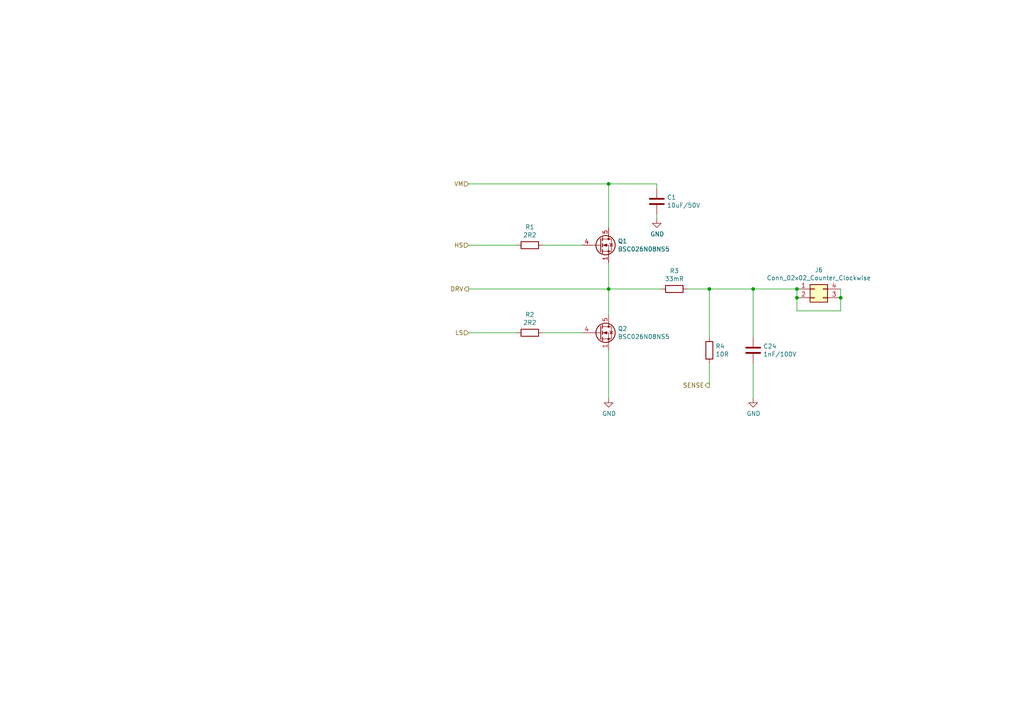
<source format=kicad_sch>
(kicad_sch (version 20231120) (generator "eeschema") (generator_version "8.0")
  (paper "A4")
  (title_block (title "xESC BLDC Controller") (date "2021-12-01") (rev "2.0") (company "Clemens Elflein") (comment 1 "Creative Commons Attribution-NonCommercial-ShareAlike 4.0 International License.") (comment 2 "Licensed under "))
  (lib_symbols
    (symbol "Connector_Generic:Conn_02x02_Counter_Clockwise" (pin_names (offset 1.016) hide)
      (property "Reference" "J" (at 1.27 2.54 0))
      (property "Value" "Conn_02x02_Counter_Clockwise" (at 1.27 -5.08 0))
      (symbol "Conn_02x02_Counter_Clockwise_1_1"
        (rectangle (start -1.27 -2.413) (end 0 -2.667) (stroke (width 0.1524)))
        (rectangle (start -1.27 0.127) (end 0 -0.127) (stroke (width 0.1524)))
        (rectangle (start -1.27 1.27) (end 3.81 -3.81) (stroke (width 0.254)) (fill (type background)))
        (rectangle (start 3.81 -2.413) (end 2.54 -2.667) (stroke (width 0.1524)))
        (rectangle (start 3.81 0.127) (end 2.54 -0.127) (stroke (width 0.1524)))
        (pin passive line (at -5.08 0 0) (length 3.81) (name "Pin_1") (number "1"))
        (pin passive line (at -5.08 -2.54 0) (length 3.81) (name "Pin_2") (number "2"))
        (pin passive line (at 7.62 -2.54 180) (length 3.81) (name "Pin_3") (number "3"))
        (pin passive line (at 7.62 0 180) (length 3.81) (name "Pin_4") (number "4"))
      )
    )
    (symbol "Device:C" (pin_numbers hide) (pin_names (offset 0.254))
      (property "Reference" "C" (at 0.635 2.54 0))
      (property "Value" "C" (at 0.635 -2.54 0))
      (symbol "C_0_1"
        (polyline (pts (xy -2.032 -0.762) (xy 2.032 -0.762)) (stroke (width 0.508)))
        (polyline (pts (xy -2.032 0.762) (xy 2.032 0.762)) (stroke (width 0.508)))
      )
      (symbol "C_1_1"
        (pin passive line (at 0 3.81 270) (length 2.794) (name "~") (number "1"))
        (pin passive line (at 0 -3.81 90) (length 2.794) (name "~") (number "2"))
      )
    )
    (symbol "Device:R" (pin_numbers hide) (pin_names (offset 0))
      (property "Reference" "R" (at 2.032 0 90))
      (property "Value" "R" (at 0 0 90))
      (symbol "R_0_1"
        (rectangle (start -1.016 -2.54) (end 1.016 2.54) (stroke (width 0.254)))
      )
      (symbol "R_1_1"
        (pin passive line (at 0 3.81 270) (length 1.27) (name "~") (number "1"))
        (pin passive line (at 0 -3.81 90) (length 1.27) (name "~") (number "2"))
      )
    )
    (symbol "Transistor_FET:BSC026N08NS5" (pin_names hide)
      (property "Reference" "Q" (at 5.08 1.905 0))
      (property "Value" "BSC026N08NS5" (at 5.08 0 0))
      (symbol "BSC026N08NS5_0_1"
        (polyline (pts (xy 0.254 0) (xy -2.54 0)))
        (polyline (pts (xy 0.254 1.905) (xy 0.254 -1.905)) (stroke (width 0.254)))
        (polyline (pts (xy 0.762 -1.27) (xy 0.762 -2.286)) (stroke (width 0.254)))
        (polyline (pts (xy 0.762 0.508) (xy 0.762 -0.508)) (stroke (width 0.254)))
        (polyline (pts (xy 0.762 2.286) (xy 0.762 1.27)) (stroke (width 0.254)))
        (polyline (pts (xy 2.54 2.54) (xy 2.54 1.778)))
        (polyline (pts (xy 2.54 -2.54) (xy 2.54 0) (xy 0.762 0)))
        (polyline (pts (xy 0.762 -1.778) (xy 3.302 -1.778) (xy 3.302 1.778) (xy 0.762 1.778)))
        (polyline (pts (xy 1.016 0) (xy 2.032 0.381) (xy 2.032 -0.381) (xy 1.016 0)) (fill (type outline)))
        (polyline (pts (xy 2.794 0.508) (xy 2.921 0.381) (xy 3.683 0.381) (xy 3.81 0.254)))
        (polyline (pts (xy 3.302 0.381) (xy 2.921 -0.254) (xy 3.683 -0.254) (xy 3.302 0.381)))
        (circle (center 1.651 0) (radius 2.794) (stroke (width 0.254)))
        (circle (center 2.54 -1.778) (radius 0.254) (fill (type outline)))
        (circle (center 2.54 1.778) (radius 0.254) (fill (type outline)))
      )
      (symbol "BSC026N08NS5_1_1"
        (pin passive line (at 2.54 -5.08 90) (length 2.54) (name "S") (number "1"))
        (pin passive line (at 2.54 -5.08 90) (length 2.54) hide (name "S") (number "2"))
        (pin passive line (at 2.54 -5.08 90) (length 2.54) hide (name "S") (number "3"))
        (pin passive line (at -5.08 0 0) (length 2.54) (name "G") (number "4"))
        (pin passive line (at 2.54 5.08 270) (length 2.54) (name "D") (number "5"))
      )
    )
    (symbol "power:GND" (power) (pin_names (offset 0))
      (property "Value" "GND" (at 0 -3.81 0))
      (symbol "GND_0_1"
        (polyline (pts (xy 0 0) (xy 0 -1.27) (xy 1.27 -1.27) (xy 0 -2.54) (xy -1.27 -1.27) (xy 0 -1.27)))
      )
      (symbol "GND_1_1"
        (pin power_in line (at 0 0 270) (length 0) hide (name "GND") (number "1"))
      )
    )
  )
  (junction (at 176.53 83.82))
  (junction (at 231.14 86.36))
  (junction (at 231.14 83.82))
  (junction (at 218.44 83.82))
  (junction (at 243.84 86.36))
  (junction (at 176.53 53.34))
  (junction (at 205.74 83.82))
  (wire (pts (xy 231.14 83.82) (xy 231.14 86.36)))
  (wire (pts (xy 176.53 66.04) (xy 176.53 53.34)))
  (wire (pts (xy 176.53 83.82) (xy 135.89 83.82)))
  (wire (pts (xy 218.44 97.79) (xy 218.44 83.82)))
  (wire (pts (xy 190.5 53.34) (xy 176.53 53.34)))
  (wire (pts (xy 243.84 90.17) (xy 231.14 90.17)))
  (wire (pts (xy 243.84 86.36) (xy 243.84 90.17)))
  (wire (pts (xy 149.86 71.12) (xy 135.89 71.12)))
  (wire (pts (xy 205.74 105.41) (xy 205.74 111.76)))
  (wire (pts (xy 176.53 115.57) (xy 176.53 101.6)))
  (wire (pts (xy 176.53 53.34) (xy 135.89 53.34)))
  (wire (pts (xy 218.44 105.41) (xy 218.44 115.57)))
  (wire (pts (xy 176.53 83.82) (xy 176.53 91.44)))
  (wire (pts (xy 243.84 83.82) (xy 243.84 86.36)))
  (wire (pts (xy 190.5 63.5) (xy 190.5 62.23)))
  (wire (pts (xy 176.53 76.2) (xy 176.53 83.82)))
  (wire (pts (xy 190.5 54.61) (xy 190.5 53.34)))
  (wire (pts (xy 168.91 96.52) (xy 157.48 96.52)))
  (wire (pts (xy 149.86 96.52) (xy 135.89 96.52)))
  (wire (pts (xy 205.74 83.82) (xy 218.44 83.82)))
  (wire (pts (xy 218.44 83.82) (xy 231.14 83.82)))
  (wire (pts (xy 191.77 83.82) (xy 176.53 83.82)))
  (wire (pts (xy 231.14 90.17) (xy 231.14 86.36)))
  (wire (pts (xy 205.74 83.82) (xy 205.74 97.79)))
  (wire (pts (xy 199.39 83.82) (xy 205.74 83.82)))
  (wire (pts (xy 168.91 71.12) (xy 157.48 71.12)))
  (hierarchical_label "DRV" (shape output) (at 135.89 83.82 180))
  (hierarchical_label "HS" (shape input) (at 135.89 71.12 180))
  (hierarchical_label "LS" (shape input) (at 135.89 96.52 180))
  (hierarchical_label "SENSE" (shape output) (at 205.74 111.76 180))
  (hierarchical_label "VM" (shape input) (at 135.89 53.34 180))
  (symbol (lib_id "Transistor_FET:BSC026N08NS5") (at 173.99 71.12 0) (unit 1)
    (property "Reference" "Q1" (at 179.1716 69.9516 0) (effects (justify left)))
    (property "Value" "BSC026N08NS5" (at 179.1716 72.263 0) (effects (justify left)))
    (property "Footprint" "Package_TO_SOT_SMD:TDSON-8-1" (effects (hide yes)))
    (property "Datasheet" "http://www.infineon.com/dgdl/Infineon-BSC026N08NS5-DS-v02_01-EN.pdf?fileId=5546d4624ad04ef9014ae2eace7629e0" (effects (hide yes)))
    (property "Part Number" "BSC026N08NS5" (effects (hide yes)))
    (property "Digikey" "BSC026N08NS5ATMA1CT-ND" (effects (hide yes)))
    (property "LCSC" "C919592" (effects (hide yes)))
    (property "Stock_PN" "Q-BSC026N08NS5" (effects (hide yes)))
    (property "JLC" "C919592" (effects (hide yes)))
    (instances (project "xESC2" (path "" (reference "Q1") (unit 1)) (path "" (reference "Q3") (unit 1)) (path "" (reference "Q5") (unit 1))))
  )
  (symbol (lib_id "Transistor_FET:BSC026N08NS5") (at 173.99 96.52 0) (unit 1)
    (property "Reference" "Q2" (at 179.1716 95.3516 0) (effects (justify left)))
    (property "Value" "BSC026N08NS5" (at 179.1716 97.663 0) (effects (justify left)))
    (property "Footprint" "Package_TO_SOT_SMD:TDSON-8-1" (effects (hide yes)))
    (property "Datasheet" "http://www.infineon.com/dgdl/Infineon-BSC026N08NS5-DS-v02_01-EN.pdf?fileId=5546d4624ad04ef9014ae2eace7629e0" (effects (hide yes)))
    (property "Part Number" "BSC026N08NS5" (effects (hide yes)))
    (property "Digikey" "BSC026N08NS5ATMA1CT-ND" (effects (hide yes)))
    (property "LCSC" "C919592" (effects (hide yes)))
    (property "Stock_PN" "Q-BSC026N08NS5" (effects (hide yes)))
    (property "JLC" "C919592" (effects (hide yes)))
    (instances (project "xESC2" (path "" (reference "Q2") (unit 1)) (path "" (reference "Q4") (unit 1)) (path "" (reference "Q6") (unit 1))))
  )
  (symbol (lib_id "Device:R") (at 195.58 83.82 270) (unit 1)
    (property "Reference" "R3" (at 195.58 78.5622 90))
    (property "Value" "33mR" (at 195.58 80.8736 90))
    (property "Footprint" "Resistor_SMD:R_2512_6332Metric" (effects (hide yes)))
    (property "LCSC" "C2903495" (effects (hide yes)))
    (property "Stock_PN" "R-2512-.033-3W-5%" (effects (hide yes)))
    (property "Part Number" "ARP2512GJR033" (effects (hide yes)))
    (property "Digikey" "738-CSM2512FT33L0CT-ND" (effects (hide yes)))
    (property "JLC" "C2903495" (effects (hide yes)))
    (instances (project "xESC2" (path "" (reference "R3") (unit 1)) (path "" (reference "R7") (unit 1)) (path "" (reference "R11") (unit 1))))
  )
  (symbol (lib_id "Device:R") (at 153.67 71.12 270) (unit 1)
    (property "Reference" "R1" (at 153.67 65.8622 90))
    (property "Value" "2R2" (at 153.67 68.1736 90))
    (property "Footprint" "Resistor_SMD:R_0603_1608Metric" (effects (hide yes)))
    (property "Digikey" "P2.2GCT-ND" (effects (hide yes)))
    (property "Part Number" "ERJ-3GEYJ2R2V" (effects (hide yes)))
    (property "Stock_PN" "R-603-2.2-.1W-5%" (effects (hide yes)))
    (property "JLC" "C22939" (effects (hide yes)))
    (property "LCSC" "C22939" (effects (hide yes)))
    (instances (project "xESC2" (path "" (reference "R1") (unit 1)) (path "" (reference "R5") (unit 1)) (path "" (reference "R9") (unit 1))))
  )
  (symbol (lib_id "Device:R") (at 153.67 96.52 270) (unit 1)
    (property "Reference" "R2" (at 153.67 91.2622 90))
    (property "Value" "2R2" (at 153.67 93.5736 90))
    (property "Footprint" "Resistor_SMD:R_0603_1608Metric" (effects (hide yes)))
    (property "Digikey" "P2.2GCT-ND" (effects (hide yes)))
    (property "Part Number" "ERJ-3GEYJ2R2V" (effects (hide yes)))
    (property "Stock_PN" "R-603-2.2-.1W-5%" (effects (hide yes)))
    (property "JLC" "C22939" (effects (hide yes)))
    (property "LCSC" "C22939" (effects (hide yes)))
    (instances (project "xESC2" (path "" (reference "R2") (unit 1)) (path "" (reference "R6") (unit 1)) (path "" (reference "R10") (unit 1))))
  )
  (symbol (lib_id "Device:R") (at 205.74 101.6 0) (unit 1)
    (property "Reference" "R4" (at 207.518 100.4316 0) (effects (justify left)))
    (property "Value" "10R" (at 207.518 102.743 0) (effects (justify left)))
    (property "Footprint" "Resistor_SMD:R_0603_1608Metric" (effects (hide yes)))
    (property "Digikey" "RMCF0603FT10R0CT-ND" (effects (hide yes)))
    (property "Part Number" "RMCF0603FT10R0" (effects (hide yes)))
    (property "Stock_PN" "R-603-10-.1W-1%" (effects (hide yes)))
    (property "JLC" "C22859" (effects (hide yes)))
    (property "LCSC" "C22859" (effects (hide yes)))
    (instances (project "xESC2" (path "" (reference "R4") (unit 1)) (path "" (reference "R8") (unit 1)) (path "" (reference "R12") (unit 1))))
  )
  (symbol (lib_id "power:GND") (at 176.53 115.57 0) (unit 1)
    (property "Reference" "#PWR0101" (effects (hide yes)))
    (property "Value" "GND" (at 176.657 119.9642 0))
    (instances (project "xESC2" (path "" (reference "#PWR0101") (unit 1)) (path "" (reference "#PWR0103") (unit 1)) (path "" (reference "#PWR0105") (unit 1))))
  )
  (symbol (lib_id "Device:C") (at 190.5 58.42 0) (unit 1)
    (property "Reference" "C1" (at 193.421 57.2516 0) (effects (justify left)))
    (property "Value" "10uF/50V" (at 193.421 59.563 0) (effects (justify left)))
    (property "Footprint" "Capacitor_SMD:C_1206_3216Metric" (effects (hide yes)))
    (property "Digikey" "1276-6735-1-ND" (effects (hide yes)))
    (property "Part Number" "CL31B225KBHVPNE" (effects (hide yes)))
    (property "Stock_PN" "C-1206-2.2uF-50V-X7R" (effects (hide yes)))
    (property "LCSC" "C13585" (effects (hide yes)))
    (property "JLC" "C13585" (effects (hide yes)))
    (instances (project "xESC2" (path "" (reference "C1") (unit 1)) (path "" (reference "C2") (unit 1)) (path "" (reference "C3") (unit 1))))
  )
  (symbol (lib_id "power:GND") (at 190.5 63.5 0) (unit 1)
    (property "Reference" "#PWR0102" (effects (hide yes)))
    (property "Value" "GND" (at 190.627 67.8942 0))
    (instances (project "xESC2" (path "" (reference "#PWR0102") (unit 1)) (path "" (reference "#PWR0104") (unit 1)) (path "" (reference "#PWR0106") (unit 1))))
  )
  (symbol (lib_id "Device:C") (at 218.44 101.6 0) (unit 1)
    (property "Reference" "C24" (at 221.361 100.4316 0) (effects (justify left)))
    (property "Value" "1nF/100V" (at 221.361 102.743 0) (effects (justify left)))
    (property "Footprint" "Capacitor_SMD:C_0603_1608Metric" (effects (hide yes)))
    (property "Digikey" "490-4780-1-ND" (effects (hide yes)))
    (property "Part Number" "GCM188R72A102KA37D" (effects (hide yes)))
    (property "Stock_PN" "C-603-1000pF-100V-X7R" (effects (hide yes)))
    (property "JLC" "C153291" (effects (hide yes)))
    (property "LCSC" "C153291" (effects (hide yes)))
    (instances (project "xESC2" (path "" (reference "C24") (unit 1)) (path "" (reference "C25") (unit 1)) (path "" (reference "C26") (unit 1))))
  )
  (symbol (lib_id "power:GND") (at 218.44 115.57 0) (unit 1)
    (property "Reference" "#PWR0116" (effects (hide yes)))
    (property "Value" "GND" (at 218.567 119.9642 0))
    (instances (project "xESC2" (path "" (reference "#PWR0116") (unit 1)) (path "" (reference "#PWR0117") (unit 1)) (path "" (reference "#PWR0118") (unit 1))))
  )
  (symbol (lib_id "Connector_Generic:Conn_02x02_Counter_Clockwise") (at 236.22 83.82 0) (unit 1)
    (property "Reference" "J6" (at 237.49 78.3082 0))
    (property "Value" "Conn_02x02_Counter_Clockwise" (at 237.49 80.6196 0))
    (property "Footprint" "Connector_PinHeader_2.54mm:PinHeader_2x02_P2.54mm_Vertical" (effects (hide yes)))
    (property "LCSC" "C124362" (effects (hide yes)))
    (property "Part Number" "B-2100S04P-B110" (effects (hide yes)))
    (property "Stock_PN" "J-TH-2x2-.1" (effects (hide yes)))
    (property "JLC" "C124362" (effects (hide yes)))
    (instances (project "xESC2" (path "" (reference "J6") (unit 1)) (path "" (reference "J7") (unit 1)) (path "" (reference "J8") (unit 1))))
  )
)
</source>
